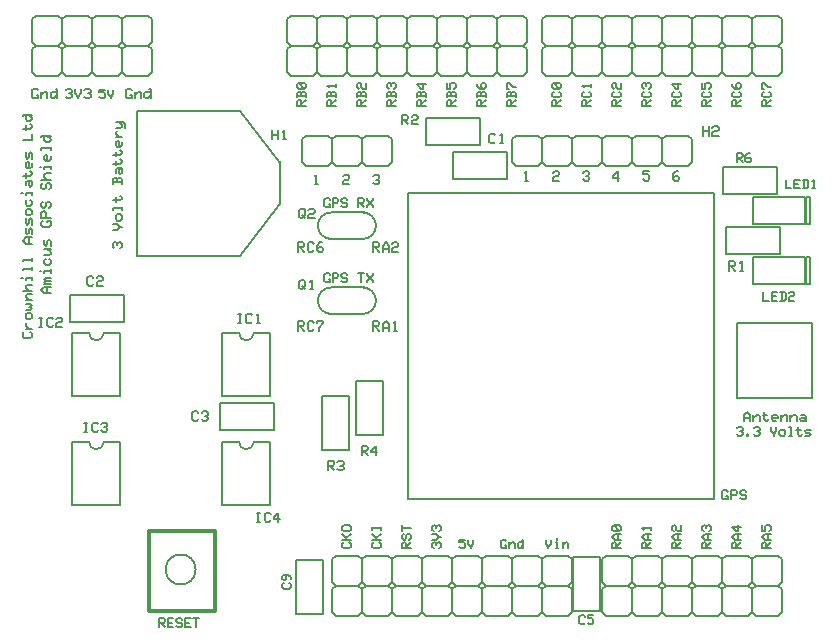
<source format=gbr>
G04 GERBER ASCII OUTPUT FROM: EDWINXP (VER. 1.61 REV. 20080915)*
G04 GERBER FORMAT: RX-274-X*
G04 BOARD: AMICUS_GPS_SHIELD*
G04 ARTWORK OF COMP.PRINT POSITIVE*
%ASAXBY*%
%FSLAX23Y23*%
%MIA0B0*%
%MOIN*%
%OFA0.0000B0.0000*%
%SFA1B1*%
%IJA0B0*%
%INLAYER0POS*%
%IOA0B0*%
%IPPOS*%
%IR0*%
G04 APERTURE MACROS*
%AMEDWDONUT*
1,1,$1,$2,$3*
1,0,$4,$2,$3*
%
%AMEDWFRECT*
20,1,$1,$2,$3,$4,$5,$6*
%
%AMEDWORECT*
20,1,$1,$2,$3,$4,$5,$10*
20,1,$1,$4,$5,$6,$7,$10*
20,1,$1,$6,$7,$8,$9,$10*
20,1,$1,$8,$9,$2,$3,$10*
1,1,$1,$2,$3*
1,1,$1,$4,$5*
1,1,$1,$6,$7*
1,1,$1,$8,$9*
%
%AMEDWLINER*
20,1,$1,$2,$3,$4,$5,$6*
1,1,$1,$2,$3*
1,1,$1,$4,$5*
%
%AMEDWFTRNG*
4,1,3,$1,$2,$3,$4,$5,$6,$7,$8,$9*
%
%AMEDWATRNG*
4,1,3,$1,$2,$3,$4,$5,$6,$7,$8,$9*
20,1,$11,$1,$2,$3,$4,$10*
20,1,$11,$3,$4,$5,$6,$10*
20,1,$11,$5,$6,$7,$8,$10*
1,1,$11,$3,$4*
1,1,$11,$5,$6*
1,1,$11,$7,$8*
%
%AMEDWOTRNG*
20,1,$1,$2,$3,$4,$5,$8*
20,1,$1,$4,$5,$6,$7,$8*
20,1,$1,$6,$7,$2,$3,$8*
1,1,$1,$2,$3*
1,1,$1,$4,$5*
1,1,$1,$6,$7*
%
G04*
G04 APERTURE LIST*
%ADD10R,0.0700X0.0650*%
%ADD11R,0.0940X0.0890*%
%ADD12R,0.0600X0.0550*%
%ADD13R,0.0840X0.0790*%
%ADD14R,0.1350X0.1350*%
%ADD15R,0.1590X0.1590*%
%ADD16R,0.1250X0.1250*%
%ADD17R,0.1490X0.1490*%
%ADD18R,0.1700X0.1700*%
%ADD19R,0.1940X0.1940*%
%ADD20R,0.1560X0.1560*%
%ADD21R,0.1800X0.1800*%
%ADD22R,0.03937X0.05118*%
%ADD23R,0.06337X0.07518*%
%ADD24R,0.03543X0.04724*%
%ADD25R,0.05943X0.07124*%
%ADD26R,0.05118X0.03937*%
%ADD27R,0.07518X0.06337*%
%ADD28R,0.04724X0.03543*%
%ADD29R,0.07124X0.05943*%
%ADD30R,0.0860X0.0860*%
%ADD31R,0.1100X0.1100*%
%ADD32R,0.0700X0.0700*%
%ADD33R,0.0940X0.0940*%
%ADD34R,0.0900X0.0350*%
%ADD35R,0.1140X0.0590*%
%ADD36R,0.0800X0.0250*%
%ADD37R,0.1040X0.0490*%
%ADD38R,0.04724X0.06693*%
%ADD39R,0.07124X0.09093*%
%ADD40R,0.03937X0.05906*%
%ADD41R,0.06337X0.08306*%
%ADD42R,0.0650X0.0700*%
%ADD43R,0.0890X0.0940*%
%ADD44R,0.0550X0.0600*%
%ADD45R,0.0790X0.0840*%
%ADD46C,0.00039*%
%ADD48C,0.0010*%
%ADD50C,0.00118*%
%ADD52C,0.0020*%
%ADD53R,0.0020X0.0020*%
%ADD54C,0.0030*%
%ADD55R,0.0030X0.0030*%
%ADD56C,0.0040*%
%ADD57R,0.0040X0.0040*%
%ADD58C,0.00472*%
%ADD60C,0.0050*%
%ADD61R,0.0050X0.0050*%
%ADD62C,0.00512*%
%ADD63R,0.00512X0.00512*%
%ADD64C,0.00551*%
%ADD65R,0.00551X0.00551*%
%ADD66C,0.00591*%
%ADD67R,0.00591X0.00591*%
%ADD68C,0.00659*%
%ADD69R,0.00659X0.00659*%
%ADD70C,0.00669*%
%ADD72C,0.00787*%
%ADD73R,0.00787X0.00787*%
%ADD74C,0.00799*%
%ADD76C,0.0080*%
%ADD78C,0.00984*%
%ADD79R,0.00984X0.00984*%
%ADD80C,0.0100*%
%ADD81R,0.0100X0.0100*%
%ADD82C,0.01181*%
%ADD84C,0.0120*%
%ADD86C,0.0120*%
%ADD88C,0.0130*%
%ADD90C,0.0150*%
%ADD91R,0.0150X0.0150*%
%ADD92C,0.0160*%
%ADD94C,0.01698*%
%ADD95R,0.01698X0.01698*%
%ADD96C,0.01797*%
%ADD97R,0.01797X0.01797*%
%ADD98C,0.01895*%
%ADD99R,0.01895X0.01895*%
%ADD100C,0.01969*%
%ADD101R,0.01969X0.01969*%
%ADD102C,0.01994*%
%ADD103R,0.01994X0.01994*%
%ADD104C,0.0200*%
%ADD106C,0.02092*%
%ADD107R,0.02092X0.02092*%
%ADD108C,0.02362*%
%ADD109R,0.02362X0.02362*%
%ADD110C,0.0240*%
%ADD111R,0.0240X0.0240*%
%ADD112C,0.0240*%
%ADD113R,0.0240X0.0240*%
%ADD114C,0.0250*%
%ADD115R,0.0250X0.0250*%
%ADD116C,0.0290*%
%ADD118C,0.02912*%
%ADD120C,0.02951*%
%ADD122C,0.02991*%
%ADD124C,0.0300*%
%ADD125R,0.0300X0.0300*%
%ADD126C,0.03059*%
%ADD127R,0.03059X0.03059*%
%ADD128C,0.03069*%
%ADD129R,0.03069X0.03069*%
%ADD130C,0.03199*%
%ADD131R,0.03199X0.03199*%
%ADD132C,0.0320*%
%ADD133R,0.0320X0.0320*%
%ADD134C,0.0350*%
%ADD135R,0.0350X0.0350*%
%ADD136C,0.03581*%
%ADD138C,0.0360*%
%ADD140C,0.0370*%
%ADD142C,0.0390*%
%ADD143R,0.0390X0.0390*%
%ADD144C,0.03937*%
%ADD145R,0.03937X0.03937*%
%ADD146C,0.0400*%
%ADD147R,0.0400X0.0400*%
%ADD148C,0.04173*%
%ADD149R,0.04173X0.04173*%
%ADD150C,0.04369*%
%ADD152C,0.0440*%
%ADD154C,0.0450*%
%ADD155R,0.0450X0.0450*%
%ADD156C,0.0470*%
%ADD157R,0.0470X0.0470*%
%ADD158C,0.04724*%
%ADD159R,0.04724X0.04724*%
%ADD160C,0.04762*%
%ADD161R,0.04762X0.04762*%
%ADD162C,0.0490*%
%ADD163R,0.0490X0.0490*%
%ADD164C,0.0500*%
%ADD165R,0.0500X0.0500*%
%ADD166C,0.05118*%
%ADD167R,0.05118X0.05118*%
%ADD168C,0.0540*%
%ADD170C,0.05512*%
%ADD171R,0.05512X0.05512*%
%ADD172C,0.0560*%
%ADD173R,0.0560X0.0560*%
%ADD174C,0.0570*%
%ADD175R,0.0570X0.0570*%
%ADD176C,0.05724*%
%ADD177R,0.05724X0.05724*%
%ADD178C,0.0590*%
%ADD179R,0.0590X0.0590*%
%ADD180C,0.05906*%
%ADD181R,0.05906X0.05906*%
%ADD182C,0.0600*%
%ADD183R,0.0600X0.0600*%
%ADD184C,0.0620*%
%ADD185R,0.0620X0.0620*%
%ADD186C,0.06201*%
%ADD187R,0.06201X0.06201*%
%ADD188C,0.06337*%
%ADD189R,0.06337X0.06337*%
%ADD190C,0.0650*%
%ADD191R,0.0650X0.0650*%
%ADD192C,0.06693*%
%ADD193R,0.06693X0.06693*%
%ADD194C,0.0690*%
%ADD195R,0.0690X0.0690*%
%ADD196C,0.06906*%
%ADD197R,0.06906X0.06906*%
%ADD198C,0.0700*%
%ADD199R,0.0700X0.0700*%
%ADD200C,0.0710*%
%ADD201R,0.0710X0.0710*%
%ADD202C,0.07124*%
%ADD203R,0.07124X0.07124*%
%ADD204C,0.0740*%
%ADD205R,0.0740X0.0740*%
%ADD206C,0.0750*%
%ADD207R,0.0750X0.0750*%
%ADD208C,0.07598*%
%ADD210C,0.0760*%
%ADD212C,0.07874*%
%ADD214C,0.0800*%
%ADD215R,0.0800X0.0800*%
%ADD216C,0.0810*%
%ADD217R,0.0810X0.0810*%
%ADD218C,0.08306*%
%ADD219R,0.08306X0.08306*%
%ADD220C,0.0840*%
%ADD221R,0.0840X0.0840*%
%ADD222C,0.08598*%
%ADD224C,0.0860*%
%ADD225R,0.0860X0.0860*%
%ADD226C,0.08601*%
%ADD228C,0.08661*%
%ADD230C,0.0870*%
%ADD231R,0.0870X0.0870*%
%ADD232C,0.0890*%
%ADD233R,0.0890X0.0890*%
%ADD234C,0.0900*%
%ADD235R,0.0900X0.0900*%
%ADD236C,0.09093*%
%ADD237R,0.09093X0.09093*%
%ADD238C,0.0940*%
%ADD239R,0.0940X0.0940*%
%ADD240C,0.0970*%
%ADD241R,0.0970X0.0970*%
%ADD242C,0.09843*%
%ADD243R,0.09843X0.09843*%
%ADD244C,0.0990*%
%ADD245R,0.0990X0.0990*%
%ADD246C,0.09998*%
%ADD248C,0.1000*%
%ADD249R,0.1000X0.1000*%
%ADD250C,0.10274*%
%ADD252C,0.1040*%
%ADD253R,0.1040X0.1040*%
%ADD254C,0.10998*%
%ADD256C,0.1100*%
%ADD257R,0.1100X0.1100*%
%ADD258C,0.11061*%
%ADD260C,0.1110*%
%ADD261R,0.1110X0.1110*%
%ADD262C,0.1120*%
%ADD263R,0.1120X0.1120*%
%ADD264C,0.1140*%
%ADD265R,0.1140X0.1140*%
%ADD266C,0.1150*%
%ADD267R,0.1150X0.1150*%
%ADD268C,0.1200*%
%ADD269R,0.1200X0.1200*%
%ADD270C,0.1210*%
%ADD271R,0.1210X0.1210*%
%ADD272C,0.1240*%
%ADD273R,0.1240X0.1240*%
%ADD274C,0.1250*%
%ADD275R,0.1250X0.1250*%
%ADD276C,0.12992*%
%ADD277R,0.12992X0.12992*%
%ADD278C,0.1300*%
%ADD279R,0.1300X0.1300*%
%ADD280C,0.1340*%
%ADD281R,0.1340X0.1340*%
%ADD282C,0.1390*%
%ADD283R,0.1390X0.1390*%
%ADD284C,0.1420*%
%ADD285R,0.1420X0.1420*%
%ADD286C,0.1440*%
%ADD287R,0.1440X0.1440*%
%ADD288C,0.1490*%
%ADD289R,0.1490X0.1490*%
%ADD290C,0.1520*%
%ADD291R,0.1520X0.1520*%
%ADD292C,0.15374*%
%ADD293R,0.15374X0.15374*%
%ADD294C,0.1540*%
%ADD295R,0.1540X0.1540*%
%ADD296C,0.1660*%
%ADD297R,0.1660X0.1660*%
%ADD298C,0.17323*%
%ADD300C,0.1760*%
%ADD301R,0.1760X0.1760*%
%ADD302C,0.17774*%
%ADD303R,0.17774X0.17774*%
%ADD304C,0.18504*%
%ADD306C,0.18898*%
%ADD308C,0.20904*%
%ADD310C,0.2126*%
%ADD312C,0.21298*%
%ADD314C,0.22835*%
%ADD317R,0.23622X0.23622*%
%ADD319R,0.24937X0.24937*%
%ADD321R,0.26022X0.26022*%
%ADD323R,0.27337X0.27337*%
%ADD325R,0.31496X0.31496*%
%ADD327R,0.32811X0.32811*%
%ADD329R,0.33896X0.33896*%
%ADD331R,0.35211X0.35211*%
%ADD332C,0.45211*%
%ADD333R,0.45211X0.45211*%
%ADD334C,0.55211*%
%ADD335R,0.55211X0.55211*%
%ADD336C,0.65211*%
%ADD337R,0.65211X0.65211*%
%ADD338C,0.75211*%
%ADD339R,0.75211X0.75211*%
%ADD340C,0.85211*%
%ADD341R,0.85211X0.85211*%
%ADD342C,0.95211*%
%ADD343R,0.95211X0.95211*%
%ADD344C,1.05211*%
%ADD345R,1.05211X1.05211*%
%ADD346C,1.15211*%
%ADD347R,1.15211X1.15211*%
%ADD348C,1.25211*%
%ADD349R,1.25211X1.25211*%
%ADD350C,1.35211*%
%ADD351R,1.35211X1.35211*%
%ADD352C,1.45211*%
%ADD353R,1.45211X1.45211*%
%ADD354C,1.55211*%
%ADD355R,1.55211X1.55211*%
%ADD356C,1.65211*%
%ADD357R,1.65211X1.65211*%
%ADD358C,1.75211*%
%ADD359R,1.75211X1.75211*%
%ADD360C,1.85211*%
%ADD361R,1.85211X1.85211*%
%ADD362C,1.95211*%
%ADD363R,1.95211X1.95211*%
G04*
D76* 
X2545Y1345D02*
X2545Y1255D01*
X2365Y1255D01*
X2365Y1345D01*
X2545Y1345D01*
D62* 
X2375Y1200D02*
X2375Y1231D01*
X2390Y1231D01*
X2395Y1226D01*
X2395Y1220D01*
X2390Y1215D01*
X2375Y1215D01*
X2380Y1215D02*
X2395Y1200D01*
X2411Y1200D02*
X2421Y1200D01*
X2416Y1200D02*
X2416Y1231D01*
X2411Y1226D01*
D76* 
X2453Y1245D02*
X2453Y1155D01*
X2628Y1155D01*
X2628Y1245D01*
X2453Y1245D01*
D74* 
X2631Y1154D02*
X2631Y1245D01*
X2644Y1245D01*
X2644Y1154D01*
X2631Y1154D01*
D62* 
X2488Y1128D02*
X2488Y1100D01*
X2506Y1100D01*
X2535Y1100D02*
X2516Y1100D01*
X2516Y1128D01*
X2535Y1128D01*
X2516Y1114D02*
X2530Y1114D01*
X2544Y1100D02*
X2558Y1100D01*
X2563Y1105D01*
X2563Y1124D01*
X2558Y1128D01*
X2544Y1128D01*
X2549Y1128D02*
X2549Y1100D01*
X2573Y1124D02*
X2577Y1128D01*
X2587Y1128D01*
X2591Y1124D01*
X2591Y1119D01*
X2587Y1114D01*
X2577Y1114D01*
X2573Y1109D01*
X2573Y1100D01*
X2591Y1100D01*
D60* 
X743Y1733D02*
X401Y1733D01*
X877Y1564D02*
X877Y1422D01*
X743Y1249D02*
X401Y1249D01*
X401Y1733D01*
X877Y1560D02*
X743Y1733D01*
X873Y1418D02*
X743Y1249D01*
D62* 
X324Y1275D02*
X319Y1280D01*
X319Y1290D01*
X324Y1295D01*
X330Y1295D01*
X335Y1290D01*
X335Y1285D01*
X335Y1290D02*
X340Y1295D01*
X345Y1295D01*
X350Y1290D01*
X350Y1280D01*
X345Y1275D01*
X319Y1336D02*
X335Y1336D01*
X345Y1347D01*
X350Y1347D01*
X345Y1347D02*
X335Y1357D01*
X319Y1357D01*
X345Y1367D02*
X335Y1367D01*
X330Y1372D01*
X330Y1382D01*
X335Y1388D01*
X345Y1388D01*
X350Y1382D01*
X350Y1372D01*
X345Y1367D01*
X319Y1403D02*
X319Y1408D01*
X350Y1408D01*
X350Y1403D02*
X350Y1413D01*
X330Y1429D02*
X330Y1444D01*
X319Y1434D02*
X345Y1434D01*
X350Y1439D01*
X350Y1444D01*
X345Y1449D01*
X350Y1490D02*
X350Y1505D01*
X345Y1510D01*
X340Y1510D01*
X335Y1505D01*
X335Y1495D01*
X335Y1505D02*
X330Y1510D01*
X324Y1510D01*
X319Y1505D01*
X319Y1490D01*
X319Y1495D02*
X350Y1495D01*
X330Y1526D02*
X330Y1536D01*
X335Y1541D01*
X350Y1541D01*
X345Y1541D02*
X350Y1536D01*
X350Y1526D01*
X345Y1521D01*
X340Y1526D01*
X340Y1541D01*
X330Y1551D02*
X330Y1567D01*
X319Y1556D02*
X345Y1556D01*
X350Y1562D01*
X350Y1567D01*
X345Y1572D01*
X330Y1582D02*
X330Y1597D01*
X319Y1587D02*
X345Y1587D01*
X350Y1592D01*
X350Y1597D01*
X345Y1603D01*
X340Y1613D02*
X340Y1633D01*
X335Y1633D01*
X330Y1628D01*
X330Y1618D01*
X335Y1613D01*
X345Y1613D01*
X350Y1618D01*
X350Y1628D01*
X350Y1644D02*
X330Y1644D01*
X340Y1644D02*
X330Y1654D01*
X330Y1659D01*
X335Y1664D01*
X330Y1674D02*
X345Y1674D01*
X350Y1679D01*
X350Y1684D01*
X340Y1695D01*
X330Y1695D02*
X355Y1695D01*
X360Y1690D01*
X360Y1674D01*
D60* 
X1303Y439D02*
X1303Y1458D01*
X2323Y1458D01*
X2323Y439D01*
X1303Y439D01*
D62* 
X2370Y463D02*
X2365Y468D01*
X2355Y468D01*
X2350Y463D01*
X2350Y443D01*
X2355Y438D01*
X2370Y438D01*
X2370Y448D01*
X2365Y448D01*
X2381Y438D02*
X2381Y468D01*
X2396Y468D01*
X2401Y463D01*
X2401Y458D01*
X2396Y453D01*
X2381Y453D01*
X2411Y443D02*
X2417Y438D01*
X2427Y438D01*
X2432Y443D01*
X2432Y448D01*
X2427Y453D01*
X2417Y453D01*
X2411Y458D01*
X2411Y463D01*
X2417Y468D01*
X2427Y468D01*
X2432Y463D01*
D60* 
X1750Y1963D02*
X1750Y2038D01*
X1763Y2050D02*
X1838Y2050D01*
X1850Y2038D02*
X1850Y1963D01*
X1763Y1950D02*
X1838Y1950D01*
X1850Y1963D01*
X1850Y2038D02*
X1838Y2050D01*
X1763Y2050D02*
X1750Y2038D01*
X1750Y1963D02*
X1763Y1950D01*
X1950Y2038D02*
X1950Y1963D01*
X2050Y2038D02*
X2050Y1963D01*
X2150Y2038D02*
X2150Y1963D01*
X2250Y2038D02*
X2250Y1963D01*
X2350Y2038D02*
X2350Y1963D01*
X2450Y2038D02*
X2450Y1963D01*
X2550Y2038D02*
X2550Y1963D01*
X1863Y2050D02*
X1938Y2050D01*
X1963Y2050D02*
X2038Y2050D01*
X1963Y1950D02*
X2038Y1950D01*
X1863Y1950D02*
X1938Y1950D01*
X2063Y1950D02*
X2138Y1950D01*
X2063Y2050D02*
X2138Y2050D01*
X2163Y2050D02*
X2238Y2050D01*
X2163Y1950D02*
X2238Y1950D01*
X2263Y1950D02*
X2338Y1950D01*
X2263Y2050D02*
X2338Y2050D01*
X2363Y2050D02*
X2438Y2050D01*
X2363Y1950D02*
X2438Y1950D01*
X2463Y1950D02*
X2538Y1950D01*
X2463Y2050D02*
X2538Y2050D01*
X1863Y2050D02*
X1850Y2038D01*
X1963Y2050D02*
X1950Y2038D01*
X2063Y2050D02*
X2050Y2038D01*
X2163Y2050D02*
X2150Y2038D01*
X2050Y1963D02*
X2038Y1950D01*
X1950Y1963D02*
X1938Y1950D01*
X2150Y1963D02*
X2138Y1950D01*
X2250Y1963D02*
X2238Y1950D01*
X2263Y2050D02*
X2250Y2038D01*
X2350Y1963D02*
X2338Y1950D01*
X2363Y2050D02*
X2350Y2038D01*
X2463Y2050D02*
X2450Y2038D01*
X2550Y1963D02*
X2538Y1950D01*
X2450Y1963D02*
X2438Y1950D01*
X2438Y2050D02*
X2450Y2038D01*
X2450Y1963D02*
X2463Y1950D01*
X2538Y2050D02*
X2550Y2038D01*
X2338Y2050D02*
X2350Y2038D01*
X2350Y1963D02*
X2363Y1950D01*
X2250Y1963D02*
X2263Y1950D01*
X2238Y2050D02*
X2250Y2038D01*
X2150Y1963D02*
X2163Y1950D01*
X2138Y2050D02*
X2150Y2038D01*
X2038Y2050D02*
X2050Y2038D01*
X2050Y1963D02*
X2063Y1950D01*
X1950Y1963D02*
X1963Y1950D01*
X1938Y2050D02*
X1950Y2038D01*
X1850Y1963D02*
X1863Y1950D01*
X1250Y63D02*
X1250Y138D01*
X1263Y150D02*
X1338Y150D01*
X1350Y138D02*
X1350Y63D01*
X1263Y50D02*
X1338Y50D01*
X1350Y63D01*
X1350Y138D02*
X1338Y150D01*
X1263Y150D02*
X1250Y138D01*
X1250Y63D02*
X1263Y50D01*
X1450Y138D02*
X1450Y63D01*
X1550Y138D02*
X1550Y63D01*
X1650Y138D02*
X1650Y63D01*
X1750Y138D02*
X1750Y63D01*
X1850Y138D02*
X1850Y63D01*
X1363Y150D02*
X1438Y150D01*
X1463Y150D02*
X1538Y150D01*
X1463Y50D02*
X1538Y50D01*
X1363Y50D02*
X1438Y50D01*
X1563Y50D02*
X1638Y50D01*
X1563Y150D02*
X1638Y150D01*
X1663Y150D02*
X1738Y150D01*
X1663Y50D02*
X1738Y50D01*
X1763Y50D02*
X1838Y50D01*
X1763Y150D02*
X1838Y150D01*
X1363Y150D02*
X1350Y138D01*
X1463Y150D02*
X1450Y138D01*
X1563Y150D02*
X1550Y138D01*
X1663Y150D02*
X1650Y138D01*
X1550Y63D02*
X1538Y50D01*
X1450Y63D02*
X1438Y50D01*
X1650Y63D02*
X1638Y50D01*
X1750Y63D02*
X1738Y50D01*
X1763Y150D02*
X1750Y138D01*
X1850Y63D02*
X1838Y50D01*
X1838Y150D02*
X1850Y138D01*
X1750Y63D02*
X1763Y50D01*
X1738Y150D02*
X1750Y138D01*
X1650Y63D02*
X1663Y50D01*
X1638Y150D02*
X1650Y138D01*
X1538Y150D02*
X1550Y138D01*
X1550Y63D02*
X1563Y50D01*
X1450Y63D02*
X1463Y50D01*
X1438Y150D02*
X1450Y138D01*
X1350Y63D02*
X1363Y50D01*
X900Y1963D02*
X900Y2038D01*
X913Y2050D02*
X988Y2050D01*
X1000Y2038D02*
X1000Y1963D01*
X913Y1950D02*
X988Y1950D01*
X1000Y1963D01*
X1000Y2038D02*
X988Y2050D01*
X913Y2050D02*
X900Y2038D01*
X900Y1963D02*
X913Y1950D01*
X1100Y2038D02*
X1100Y1963D01*
X1200Y2038D02*
X1200Y1963D01*
X1300Y2038D02*
X1300Y1963D01*
X1400Y2038D02*
X1400Y1963D01*
X1500Y2038D02*
X1500Y1963D01*
X1600Y2038D02*
X1600Y1963D01*
X1700Y2038D02*
X1700Y1963D01*
X1013Y2050D02*
X1088Y2050D01*
X1113Y2050D02*
X1188Y2050D01*
X1113Y1950D02*
X1188Y1950D01*
X1013Y1950D02*
X1088Y1950D01*
X1213Y1950D02*
X1288Y1950D01*
X1213Y2050D02*
X1288Y2050D01*
X1313Y2050D02*
X1388Y2050D01*
X1313Y1950D02*
X1388Y1950D01*
X1413Y1950D02*
X1488Y1950D01*
X1413Y2050D02*
X1488Y2050D01*
X1513Y2050D02*
X1588Y2050D01*
X1513Y1950D02*
X1588Y1950D01*
X1613Y1950D02*
X1688Y1950D01*
X1613Y2050D02*
X1688Y2050D01*
X1013Y2050D02*
X1000Y2038D01*
X1113Y2050D02*
X1100Y2038D01*
X1213Y2050D02*
X1200Y2038D01*
X1313Y2050D02*
X1300Y2038D01*
X1200Y1963D02*
X1188Y1950D01*
X1100Y1963D02*
X1088Y1950D01*
X1300Y1963D02*
X1288Y1950D01*
X1400Y1963D02*
X1388Y1950D01*
X1413Y2050D02*
X1400Y2038D01*
X1500Y1963D02*
X1488Y1950D01*
X1513Y2050D02*
X1500Y2038D01*
X1613Y2050D02*
X1600Y2038D01*
X1700Y1963D02*
X1688Y1950D01*
X1600Y1963D02*
X1588Y1950D01*
X1588Y2050D02*
X1600Y2038D01*
X1600Y1963D02*
X1613Y1950D01*
X1688Y2050D02*
X1700Y2038D01*
X1488Y2050D02*
X1500Y2038D01*
X1500Y1963D02*
X1513Y1950D01*
X1400Y1963D02*
X1413Y1950D01*
X1388Y2050D02*
X1400Y2038D01*
X1300Y1963D02*
X1313Y1950D01*
X1288Y2050D02*
X1300Y2038D01*
X1188Y2050D02*
X1200Y2038D01*
X1200Y1963D02*
X1213Y1950D01*
X1100Y1963D02*
X1113Y1950D01*
X1088Y2050D02*
X1100Y2038D01*
X1000Y1963D02*
X1013Y1950D01*
X1950Y63D02*
X1950Y138D01*
X1963Y150D02*
X2038Y150D01*
X2050Y138D02*
X2050Y63D01*
X1963Y50D02*
X2038Y50D01*
X2050Y63D01*
X2050Y138D02*
X2038Y150D01*
X1963Y150D02*
X1950Y138D01*
X1950Y63D02*
X1963Y50D01*
X2150Y138D02*
X2150Y63D01*
X2250Y138D02*
X2250Y63D01*
X2350Y138D02*
X2350Y63D01*
X2450Y138D02*
X2450Y63D01*
X2550Y138D02*
X2550Y63D01*
X2063Y150D02*
X2138Y150D01*
X2163Y150D02*
X2238Y150D01*
X2163Y50D02*
X2238Y50D01*
X2063Y50D02*
X2138Y50D01*
X2263Y50D02*
X2338Y50D01*
X2263Y150D02*
X2338Y150D01*
X2363Y150D02*
X2438Y150D01*
X2363Y50D02*
X2438Y50D01*
X2463Y50D02*
X2538Y50D01*
X2463Y150D02*
X2538Y150D01*
X2063Y150D02*
X2050Y138D01*
X2163Y150D02*
X2150Y138D01*
X2263Y150D02*
X2250Y138D01*
X2363Y150D02*
X2350Y138D01*
X2250Y63D02*
X2238Y50D01*
X2150Y63D02*
X2138Y50D01*
X2350Y63D02*
X2338Y50D01*
X2450Y63D02*
X2438Y50D01*
X2463Y150D02*
X2450Y138D01*
X2550Y63D02*
X2538Y50D01*
X2538Y150D02*
X2550Y138D01*
X2450Y63D02*
X2463Y50D01*
X2438Y150D02*
X2450Y138D01*
X2350Y63D02*
X2363Y50D01*
X2338Y150D02*
X2350Y138D01*
X2238Y150D02*
X2250Y138D01*
X2250Y63D02*
X2263Y50D01*
X2150Y63D02*
X2163Y50D01*
X2138Y150D02*
X2150Y138D01*
X2050Y63D02*
X2063Y50D01*
X1050Y238D02*
X1050Y163D01*
X1150Y163D02*
X1150Y238D01*
X1250Y163D02*
X1250Y238D01*
X1238Y150D02*
X1163Y150D01*
X1238Y250D02*
X1163Y250D01*
X1138Y250D02*
X1063Y250D01*
X1138Y150D02*
X1063Y150D01*
X1050Y163D01*
X1163Y150D02*
X1150Y163D01*
X1150Y238D02*
X1138Y250D01*
X1250Y238D02*
X1238Y250D01*
X1250Y163D02*
X1238Y150D01*
X1150Y163D02*
X1138Y150D01*
X1163Y250D02*
X1150Y238D01*
X1063Y250D02*
X1050Y238D01*
X1250Y163D02*
X1250Y238D01*
X1263Y250D02*
X1338Y250D01*
X1350Y238D02*
X1350Y163D01*
X1263Y150D02*
X1338Y150D01*
X1350Y163D01*
X1350Y238D02*
X1338Y250D01*
X1263Y250D02*
X1250Y238D01*
X1250Y163D02*
X1263Y150D01*
X1450Y238D02*
X1450Y163D01*
X1550Y238D02*
X1550Y163D01*
X1650Y238D02*
X1650Y163D01*
X1750Y238D02*
X1750Y163D01*
X1850Y238D02*
X1850Y163D01*
X1363Y250D02*
X1438Y250D01*
X1463Y250D02*
X1538Y250D01*
X1463Y150D02*
X1538Y150D01*
X1363Y150D02*
X1438Y150D01*
X1563Y150D02*
X1638Y150D01*
X1563Y250D02*
X1638Y250D01*
X1663Y250D02*
X1738Y250D01*
X1663Y150D02*
X1738Y150D01*
X1763Y150D02*
X1838Y150D01*
X1763Y250D02*
X1838Y250D01*
X1363Y250D02*
X1350Y238D01*
X1463Y250D02*
X1450Y238D01*
X1563Y250D02*
X1550Y238D01*
X1663Y250D02*
X1650Y238D01*
X1550Y163D02*
X1538Y150D01*
X1450Y163D02*
X1438Y150D01*
X1650Y163D02*
X1638Y150D01*
X1750Y163D02*
X1738Y150D01*
X1763Y250D02*
X1750Y238D01*
X1850Y163D02*
X1838Y150D01*
X1838Y250D02*
X1850Y238D01*
X1750Y163D02*
X1763Y150D01*
X1738Y250D02*
X1750Y238D01*
X1650Y163D02*
X1663Y150D01*
X1638Y250D02*
X1650Y238D01*
X1538Y250D02*
X1550Y238D01*
X1550Y163D02*
X1563Y150D01*
X1450Y163D02*
X1463Y150D01*
X1438Y250D02*
X1450Y238D01*
X1350Y163D02*
X1363Y150D01*
X50Y1863D02*
X50Y1938D01*
X63Y1950D02*
X138Y1950D01*
X150Y1938D02*
X150Y1863D01*
X63Y1850D02*
X138Y1850D01*
X150Y1863D01*
X150Y1938D02*
X138Y1950D01*
X63Y1950D02*
X50Y1938D01*
X50Y1863D02*
X63Y1850D01*
X250Y1938D02*
X250Y1863D01*
X350Y1938D02*
X350Y1863D01*
X450Y1938D02*
X450Y1863D01*
X163Y1950D02*
X238Y1950D01*
X263Y1950D02*
X338Y1950D01*
X263Y1850D02*
X338Y1850D01*
X163Y1850D02*
X238Y1850D01*
X363Y1850D02*
X438Y1850D01*
X363Y1950D02*
X438Y1950D01*
X163Y1950D02*
X150Y1938D01*
X263Y1950D02*
X250Y1938D01*
X363Y1950D02*
X350Y1938D01*
X350Y1863D02*
X338Y1850D01*
X250Y1863D02*
X238Y1850D01*
X450Y1863D02*
X438Y1850D01*
X438Y1950D02*
X450Y1938D01*
X338Y1950D02*
X350Y1938D01*
X350Y1863D02*
X363Y1850D01*
X250Y1863D02*
X263Y1850D01*
X238Y1950D02*
X250Y1938D01*
X150Y1863D02*
X163Y1850D01*
X1950Y163D02*
X1950Y238D01*
X1963Y250D02*
X2038Y250D01*
X2050Y238D02*
X2050Y163D01*
X1963Y150D02*
X2038Y150D01*
X2050Y163D01*
X2050Y238D02*
X2038Y250D01*
X1963Y250D02*
X1950Y238D01*
X1950Y163D02*
X1963Y150D01*
X2150Y238D02*
X2150Y163D01*
X2250Y238D02*
X2250Y163D01*
X2350Y238D02*
X2350Y163D01*
X2450Y238D02*
X2450Y163D01*
X2550Y238D02*
X2550Y163D01*
X2063Y250D02*
X2138Y250D01*
X2163Y250D02*
X2238Y250D01*
X2163Y150D02*
X2238Y150D01*
X2063Y150D02*
X2138Y150D01*
X2263Y150D02*
X2338Y150D01*
X2263Y250D02*
X2338Y250D01*
X2363Y250D02*
X2438Y250D01*
X2363Y150D02*
X2438Y150D01*
X2463Y150D02*
X2538Y150D01*
X2463Y250D02*
X2538Y250D01*
X2063Y250D02*
X2050Y238D01*
X2163Y250D02*
X2150Y238D01*
X2263Y250D02*
X2250Y238D01*
X2363Y250D02*
X2350Y238D01*
X2250Y163D02*
X2238Y150D01*
X2150Y163D02*
X2138Y150D01*
X2350Y163D02*
X2338Y150D01*
X2450Y163D02*
X2438Y150D01*
X2463Y250D02*
X2450Y238D01*
X2550Y163D02*
X2538Y150D01*
X2538Y250D02*
X2550Y238D01*
X2450Y163D02*
X2463Y150D01*
X2438Y250D02*
X2450Y238D01*
X2350Y163D02*
X2363Y150D01*
X2338Y250D02*
X2350Y238D01*
X2238Y250D02*
X2250Y238D01*
X2250Y163D02*
X2263Y150D01*
X2150Y163D02*
X2163Y150D01*
X2138Y250D02*
X2150Y238D01*
X2050Y163D02*
X2063Y150D01*
X900Y1863D02*
X900Y1938D01*
X913Y1950D02*
X988Y1950D01*
X1000Y1938D02*
X1000Y1863D01*
X913Y1850D02*
X988Y1850D01*
X1000Y1863D01*
X1000Y1938D02*
X988Y1950D01*
X913Y1950D02*
X900Y1938D01*
X900Y1863D02*
X913Y1850D01*
X1100Y1938D02*
X1100Y1863D01*
X1200Y1938D02*
X1200Y1863D01*
X1300Y1938D02*
X1300Y1863D01*
X1400Y1938D02*
X1400Y1863D01*
X1500Y1938D02*
X1500Y1863D01*
X1600Y1938D02*
X1600Y1863D01*
X1700Y1938D02*
X1700Y1863D01*
X1013Y1950D02*
X1088Y1950D01*
X1113Y1950D02*
X1188Y1950D01*
X1113Y1850D02*
X1188Y1850D01*
X1013Y1850D02*
X1088Y1850D01*
X1213Y1850D02*
X1288Y1850D01*
X1213Y1950D02*
X1288Y1950D01*
X1313Y1950D02*
X1388Y1950D01*
X1313Y1850D02*
X1388Y1850D01*
X1413Y1850D02*
X1488Y1850D01*
X1413Y1950D02*
X1488Y1950D01*
X1513Y1950D02*
X1588Y1950D01*
X1513Y1850D02*
X1588Y1850D01*
X1613Y1850D02*
X1688Y1850D01*
X1613Y1950D02*
X1688Y1950D01*
X1013Y1950D02*
X1000Y1938D01*
X1113Y1950D02*
X1100Y1938D01*
X1213Y1950D02*
X1200Y1938D01*
X1313Y1950D02*
X1300Y1938D01*
X1200Y1863D02*
X1188Y1850D01*
X1100Y1863D02*
X1088Y1850D01*
X1300Y1863D02*
X1288Y1850D01*
X1400Y1863D02*
X1388Y1850D01*
X1413Y1950D02*
X1400Y1938D01*
X1500Y1863D02*
X1488Y1850D01*
X1513Y1950D02*
X1500Y1938D01*
X1613Y1950D02*
X1600Y1938D01*
X1700Y1863D02*
X1688Y1850D01*
X1600Y1863D02*
X1588Y1850D01*
X1588Y1950D02*
X1600Y1938D01*
X1600Y1863D02*
X1613Y1850D01*
X1688Y1950D02*
X1700Y1938D01*
X1488Y1950D02*
X1500Y1938D01*
X1500Y1863D02*
X1513Y1850D01*
X1400Y1863D02*
X1413Y1850D01*
X1388Y1950D02*
X1400Y1938D01*
X1300Y1863D02*
X1313Y1850D01*
X1288Y1950D02*
X1300Y1938D01*
X1188Y1950D02*
X1200Y1938D01*
X1200Y1863D02*
X1213Y1850D01*
X1100Y1863D02*
X1113Y1850D01*
X1088Y1950D02*
X1100Y1938D01*
X1000Y1863D02*
X1013Y1850D01*
X1750Y1863D02*
X1750Y1938D01*
X1763Y1950D02*
X1838Y1950D01*
X1850Y1938D02*
X1850Y1863D01*
X1763Y1850D02*
X1838Y1850D01*
X1850Y1863D01*
X1850Y1938D02*
X1838Y1950D01*
X1763Y1950D02*
X1750Y1938D01*
X1750Y1863D02*
X1763Y1850D01*
X1950Y1938D02*
X1950Y1863D01*
X2050Y1938D02*
X2050Y1863D01*
X2150Y1938D02*
X2150Y1863D01*
X2250Y1938D02*
X2250Y1863D01*
X2350Y1938D02*
X2350Y1863D01*
X2450Y1938D02*
X2450Y1863D01*
X2550Y1938D02*
X2550Y1863D01*
X1863Y1950D02*
X1938Y1950D01*
X1963Y1950D02*
X2038Y1950D01*
X1963Y1850D02*
X2038Y1850D01*
X1863Y1850D02*
X1938Y1850D01*
X2063Y1850D02*
X2138Y1850D01*
X2063Y1950D02*
X2138Y1950D01*
X2163Y1950D02*
X2238Y1950D01*
X2163Y1850D02*
X2238Y1850D01*
X2263Y1850D02*
X2338Y1850D01*
X2263Y1950D02*
X2338Y1950D01*
X2363Y1950D02*
X2438Y1950D01*
X2363Y1850D02*
X2438Y1850D01*
X2463Y1850D02*
X2538Y1850D01*
X2463Y1950D02*
X2538Y1950D01*
X1863Y1950D02*
X1850Y1938D01*
X1963Y1950D02*
X1950Y1938D01*
X2063Y1950D02*
X2050Y1938D01*
X2163Y1950D02*
X2150Y1938D01*
X2050Y1863D02*
X2038Y1850D01*
X1950Y1863D02*
X1938Y1850D01*
X2150Y1863D02*
X2138Y1850D01*
X2250Y1863D02*
X2238Y1850D01*
X2263Y1950D02*
X2250Y1938D01*
X2350Y1863D02*
X2338Y1850D01*
X2363Y1950D02*
X2350Y1938D01*
X2463Y1950D02*
X2450Y1938D01*
X2550Y1863D02*
X2538Y1850D01*
X2450Y1863D02*
X2438Y1850D01*
X2438Y1950D02*
X2450Y1938D01*
X2450Y1863D02*
X2463Y1850D01*
X2538Y1950D02*
X2550Y1938D01*
X2338Y1950D02*
X2350Y1938D01*
X2350Y1863D02*
X2363Y1850D01*
X2250Y1863D02*
X2263Y1850D01*
X2238Y1950D02*
X2250Y1938D01*
X2150Y1863D02*
X2163Y1850D01*
X2138Y1950D02*
X2150Y1938D01*
X2038Y1950D02*
X2050Y1938D01*
X2050Y1863D02*
X2063Y1850D01*
X1950Y1863D02*
X1963Y1850D01*
X1938Y1950D02*
X1950Y1938D01*
X1850Y1863D02*
X1863Y1850D01*
D76* 
X845Y993D02*
X790Y993D01*
X845Y993D02*
X845Y783D01*
X685Y783D01*
X685Y993D01*
X740Y993D01*
G75*
G01X740Y993D02*
G03X790Y993I25J0D01*
G01*
D62* 
X738Y1025D02*
X748Y1025D01*
X743Y1025D02*
X743Y1056D01*
X738Y1056D02*
X748Y1056D01*
X784Y1030D02*
X779Y1025D01*
X768Y1025D01*
X763Y1030D01*
X763Y1051D01*
X768Y1056D01*
X779Y1056D01*
X784Y1051D01*
X799Y1025D02*
X809Y1025D01*
X804Y1025D02*
X804Y1056D01*
X799Y1051D01*
D60* 
X1650Y1563D02*
X1650Y1638D01*
X1663Y1650D02*
X1738Y1650D01*
X1750Y1638D02*
X1750Y1563D01*
X1663Y1550D02*
X1738Y1550D01*
X1750Y1563D01*
X1750Y1638D02*
X1738Y1650D01*
X1663Y1650D02*
X1650Y1638D01*
X1650Y1563D02*
X1663Y1550D01*
X1850Y1638D02*
X1850Y1563D01*
X1950Y1638D02*
X1950Y1563D01*
X2050Y1638D02*
X2050Y1563D01*
X2150Y1638D02*
X2150Y1563D01*
X2250Y1638D02*
X2250Y1563D01*
X1763Y1650D02*
X1838Y1650D01*
X1863Y1650D02*
X1938Y1650D01*
X1863Y1550D02*
X1938Y1550D01*
X1763Y1550D02*
X1838Y1550D01*
X1963Y1550D02*
X2038Y1550D01*
X1963Y1650D02*
X2038Y1650D01*
X2063Y1650D02*
X2138Y1650D01*
X2063Y1550D02*
X2138Y1550D01*
X2163Y1550D02*
X2238Y1550D01*
X2163Y1650D02*
X2238Y1650D01*
X1763Y1650D02*
X1750Y1638D01*
X1863Y1650D02*
X1850Y1638D01*
X1963Y1650D02*
X1950Y1638D01*
X2063Y1650D02*
X2050Y1638D01*
X1950Y1563D02*
X1938Y1550D01*
X1850Y1563D02*
X1838Y1550D01*
X2050Y1563D02*
X2038Y1550D01*
X2150Y1563D02*
X2138Y1550D01*
X2163Y1650D02*
X2150Y1638D01*
X2250Y1563D02*
X2238Y1550D01*
X2238Y1650D02*
X2250Y1638D01*
X2150Y1563D02*
X2163Y1550D01*
X2138Y1650D02*
X2150Y1638D01*
X2050Y1563D02*
X2063Y1550D01*
X2038Y1650D02*
X2050Y1638D01*
X1938Y1650D02*
X1950Y1638D01*
X1950Y1563D02*
X1963Y1550D01*
X1850Y1563D02*
X1863Y1550D01*
X1838Y1650D02*
X1850Y1638D01*
X1750Y1563D02*
X1763Y1550D01*
D62* 
X2288Y1650D02*
X2288Y1681D01*
X2288Y1665D02*
X2308Y1665D01*
X2308Y1681D02*
X2308Y1650D01*
X2318Y1676D02*
X2323Y1681D01*
X2334Y1681D01*
X2339Y1676D01*
X2339Y1670D01*
X2334Y1665D01*
X2323Y1665D01*
X2318Y1660D01*
X2318Y1650D01*
X2339Y1650D01*
D76* 
X1633Y1595D02*
X1633Y1505D01*
X1453Y1505D01*
X1453Y1595D01*
X1633Y1595D01*
D62* 
X1595Y1630D02*
X1590Y1625D01*
X1580Y1625D01*
X1575Y1630D01*
X1575Y1651D01*
X1580Y1656D01*
X1590Y1656D01*
X1595Y1651D01*
X1611Y1625D02*
X1621Y1625D01*
X1616Y1625D02*
X1616Y1656D01*
X1611Y1651D01*
D76* 
X1365Y1618D02*
X1365Y1708D01*
X1545Y1708D01*
X1545Y1618D01*
X1365Y1618D01*
D62* 
X1285Y1688D02*
X1285Y1718D01*
X1300Y1718D01*
X1305Y1713D01*
X1305Y1708D01*
X1300Y1703D01*
X1285Y1703D01*
X1290Y1703D02*
X1305Y1688D01*
X1316Y1713D02*
X1321Y1718D01*
X1331Y1718D01*
X1336Y1713D01*
X1336Y1708D01*
X1331Y1703D01*
X1321Y1703D01*
X1316Y1698D01*
X1316Y1688D01*
X1336Y1688D01*
D76* 
G75*
G01X1154Y1306D02*
G03X1152Y1394I-1J44D01*
G01*
G75*
G01X1046Y1394D02*
G03X1048Y1306I1J-44D01*
G01*
X1154Y1306D02*
X1041Y1306D01*
X1159Y1394D02*
X1046Y1394D01*
D62* 
X942Y1380D02*
X942Y1401D01*
X947Y1406D01*
X957Y1406D01*
X962Y1401D01*
X962Y1385D01*
X952Y1375D01*
X947Y1375D01*
X942Y1380D01*
X952Y1385D02*
X962Y1375D01*
X972Y1401D02*
X977Y1406D01*
X988Y1406D01*
X993Y1401D01*
X993Y1395D01*
X988Y1390D01*
X977Y1390D01*
X972Y1385D01*
X972Y1375D01*
X993Y1375D01*
D76* 
G75*
G01X1154Y1056D02*
G03X1152Y1144I-1J44D01*
G01*
G75*
G01X1046Y1144D02*
G03X1048Y1056I1J-44D01*
G01*
X1154Y1056D02*
X1041Y1056D01*
X1159Y1144D02*
X1046Y1144D01*
D62* 
X942Y1143D02*
X942Y1163D01*
X947Y1168D01*
X957Y1168D01*
X962Y1163D01*
X962Y1148D01*
X952Y1138D01*
X947Y1138D01*
X942Y1143D01*
X952Y1148D02*
X962Y1138D01*
X977Y1138D02*
X988Y1138D01*
X983Y1138D02*
X983Y1168D01*
X977Y1163D01*
D88* 
X662Y331D02*
X662Y67D01*
X441Y67D01*
X441Y331D01*
X662Y331D01*
D60* 
G75*
G01X596Y204D02*
G03X596Y204I-50J0D01*
G01*
D76* 
X2453Y1445D02*
X2453Y1355D01*
X2628Y1355D01*
X2628Y1445D01*
X2453Y1445D01*
D74* 
X2631Y1354D02*
X2631Y1445D01*
X2644Y1445D01*
X2644Y1354D01*
X2631Y1354D01*
D60* 
X2563Y1503D02*
X2563Y1475D01*
X2581Y1475D01*
X2610Y1475D02*
X2591Y1475D01*
X2591Y1503D01*
X2610Y1503D01*
X2591Y1489D02*
X2605Y1489D01*
X2619Y1475D02*
X2633Y1475D01*
X2638Y1480D01*
X2638Y1499D01*
X2633Y1503D01*
X2619Y1503D01*
X2624Y1503D02*
X2624Y1475D01*
X2652Y1475D02*
X2662Y1475D01*
X2657Y1475D02*
X2657Y1503D01*
X2652Y1499D01*
D76* 
X2533Y1545D02*
X2533Y1455D01*
X2353Y1455D01*
X2353Y1545D01*
X2533Y1545D01*
D60* 
X2400Y1563D02*
X2400Y1591D01*
X2414Y1591D01*
X2419Y1586D01*
X2419Y1581D01*
X2414Y1577D01*
X2400Y1577D01*
X2405Y1577D02*
X2419Y1563D01*
X2428Y1572D02*
X2433Y1577D01*
X2443Y1577D01*
X2447Y1572D01*
X2447Y1567D01*
X2443Y1563D01*
X2433Y1563D01*
X2428Y1567D01*
X2428Y1581D01*
X2438Y1591D01*
X2443Y1591D01*
X2649Y776D02*
X2401Y776D01*
X2401Y1024D01*
X2649Y1024D01*
X2649Y776D01*
D62* 
X2425Y700D02*
X2425Y720D01*
X2435Y730D01*
X2445Y720D01*
X2445Y700D01*
X2445Y710D02*
X2425Y710D01*
X2455Y700D02*
X2455Y720D01*
X2455Y710D02*
X2466Y720D01*
X2471Y720D01*
X2476Y715D01*
X2476Y700D01*
X2486Y720D02*
X2501Y720D01*
X2491Y730D02*
X2491Y705D01*
X2496Y700D01*
X2501Y700D01*
X2506Y705D01*
X2517Y710D02*
X2537Y710D01*
X2537Y715D01*
X2532Y720D01*
X2522Y720D01*
X2517Y715D01*
X2517Y705D01*
X2522Y700D01*
X2532Y700D01*
X2547Y700D02*
X2547Y720D01*
X2547Y710D02*
X2558Y720D01*
X2563Y720D01*
X2568Y715D01*
X2568Y700D01*
X2578Y700D02*
X2578Y720D01*
X2578Y710D02*
X2588Y720D01*
X2594Y720D01*
X2599Y715D01*
X2599Y700D01*
X2614Y720D02*
X2624Y720D01*
X2629Y715D01*
X2629Y700D01*
X2629Y705D02*
X2624Y700D01*
X2614Y700D01*
X2609Y705D01*
X2614Y710D01*
X2629Y710D01*
D76* 
X345Y993D02*
X290Y993D01*
X345Y993D02*
X345Y783D01*
X185Y783D01*
X185Y993D01*
X240Y993D01*
G75*
G01X240Y993D02*
G03X290Y993I25J0D01*
G01*
D62* 
X75Y1013D02*
X85Y1013D01*
X80Y1013D02*
X80Y1043D01*
X75Y1043D02*
X85Y1043D01*
X121Y1018D02*
X116Y1013D01*
X106Y1013D01*
X101Y1018D01*
X101Y1038D01*
X106Y1043D01*
X116Y1043D01*
X121Y1038D01*
X131Y1038D02*
X137Y1043D01*
X147Y1043D01*
X152Y1038D01*
X152Y1033D01*
X147Y1028D01*
X137Y1028D01*
X131Y1023D01*
X131Y1013D01*
X152Y1013D01*
D76* 
X345Y630D02*
X290Y630D01*
X345Y630D02*
X345Y420D01*
X185Y420D01*
X185Y630D01*
X240Y630D01*
G75*
G01X240Y630D02*
G03X290Y630I25J0D01*
G01*
D62* 
X225Y663D02*
X235Y663D01*
X230Y663D02*
X230Y693D01*
X225Y693D02*
X235Y693D01*
X271Y668D02*
X266Y663D01*
X256Y663D01*
X251Y668D01*
X251Y688D01*
X256Y693D01*
X266Y693D01*
X271Y688D01*
X281Y688D02*
X287Y693D01*
X297Y693D01*
X302Y688D01*
X302Y683D01*
X297Y678D01*
X292Y678D01*
X297Y678D02*
X302Y673D01*
X302Y668D01*
X297Y663D01*
X287Y663D01*
X281Y668D01*
D76* 
X845Y630D02*
X790Y630D01*
X845Y630D02*
X845Y420D01*
X685Y420D01*
X685Y630D01*
X740Y630D01*
G75*
G01X740Y630D02*
G03X790Y630I25J0D01*
G01*
D62* 
X800Y363D02*
X810Y363D01*
X805Y363D02*
X805Y393D01*
X800Y393D02*
X810Y393D01*
X846Y368D02*
X841Y363D01*
X831Y363D01*
X826Y368D01*
X826Y388D01*
X831Y393D01*
X841Y393D01*
X846Y388D01*
X877Y373D02*
X856Y373D01*
X856Y378D01*
X872Y393D01*
X872Y363D01*
D76* 
X1108Y603D02*
X1018Y603D01*
X1018Y783D01*
X1108Y783D01*
X1108Y603D01*
D62* 
X1038Y535D02*
X1038Y566D01*
X1053Y566D01*
X1058Y561D01*
X1058Y555D01*
X1053Y550D01*
X1038Y550D01*
X1043Y550D02*
X1058Y535D01*
X1068Y561D02*
X1073Y566D01*
X1084Y566D01*
X1089Y561D01*
X1089Y555D01*
X1084Y550D01*
X1078Y550D01*
X1084Y550D02*
X1089Y545D01*
X1089Y540D01*
X1084Y535D01*
X1073Y535D01*
X1068Y540D01*
D76* 
X1220Y653D02*
X1130Y653D01*
X1130Y833D01*
X1220Y833D01*
X1220Y653D01*
D62* 
X1150Y585D02*
X1150Y616D01*
X1165Y616D01*
X1170Y611D01*
X1170Y605D01*
X1165Y600D01*
X1150Y600D01*
X1155Y600D02*
X1170Y585D01*
X1201Y595D02*
X1181Y595D01*
X1181Y600D01*
X1196Y616D01*
X1196Y585D01*
D76* 
X178Y1030D02*
X178Y1120D01*
X358Y1120D01*
X358Y1030D01*
X178Y1030D01*
D62* 
X255Y1155D02*
X250Y1150D01*
X240Y1150D01*
X235Y1155D01*
X235Y1176D01*
X240Y1181D01*
X250Y1181D01*
X255Y1176D01*
X266Y1176D02*
X271Y1181D01*
X281Y1181D01*
X286Y1176D01*
X286Y1170D01*
X281Y1165D01*
X271Y1165D01*
X266Y1160D01*
X266Y1150D01*
X286Y1150D01*
D60* 
X950Y1638D02*
X950Y1563D01*
X1050Y1563D02*
X1050Y1638D01*
X1150Y1563D02*
X1150Y1638D01*
X1138Y1550D02*
X1063Y1550D01*
X1138Y1650D02*
X1063Y1650D01*
X1038Y1650D02*
X963Y1650D01*
X1038Y1550D02*
X963Y1550D01*
X950Y1563D01*
X1063Y1550D02*
X1050Y1563D01*
X1050Y1638D02*
X1038Y1650D01*
X1150Y1638D02*
X1138Y1650D01*
X1150Y1563D02*
X1138Y1550D01*
X1050Y1563D02*
X1038Y1550D01*
X1063Y1650D02*
X1050Y1638D01*
X963Y1650D02*
X950Y1638D01*
X1250Y1563D02*
X1250Y1638D01*
X1238Y1650D02*
X1163Y1650D01*
X1238Y1550D02*
X1163Y1550D01*
X1250Y1563D02*
X1238Y1550D01*
X1238Y1650D02*
X1250Y1638D01*
X1150Y1638D02*
X1163Y1650D01*
X1163Y1550D02*
X1150Y1563D01*
D62* 
X850Y1638D02*
X850Y1668D01*
X850Y1653D02*
X870Y1653D01*
X870Y1668D02*
X870Y1638D01*
X886Y1638D02*
X896Y1638D01*
X891Y1638D02*
X891Y1668D01*
X886Y1663D01*
D60* 
X50Y1963D02*
X50Y2038D01*
X63Y2050D02*
X138Y2050D01*
X150Y2038D02*
X150Y1963D01*
X63Y1950D02*
X138Y1950D01*
X150Y1963D01*
X150Y2038D02*
X138Y2050D01*
X63Y2050D02*
X50Y2038D01*
X50Y1963D02*
X63Y1950D01*
X250Y2038D02*
X250Y1963D01*
X350Y2038D02*
X350Y1963D01*
X450Y2038D02*
X450Y1963D01*
X163Y2050D02*
X238Y2050D01*
X263Y2050D02*
X338Y2050D01*
X263Y1950D02*
X338Y1950D01*
X163Y1950D02*
X238Y1950D01*
X363Y1950D02*
X438Y1950D01*
X363Y2050D02*
X438Y2050D01*
X163Y2050D02*
X150Y2038D01*
X263Y2050D02*
X250Y2038D01*
X363Y2050D02*
X350Y2038D01*
X350Y1963D02*
X338Y1950D01*
X250Y1963D02*
X238Y1950D01*
X450Y1963D02*
X438Y1950D01*
X438Y2050D02*
X450Y2038D01*
X338Y2050D02*
X350Y2038D01*
X350Y1963D02*
X363Y1950D01*
X250Y1963D02*
X263Y1950D01*
X238Y2050D02*
X250Y2038D01*
X150Y1963D02*
X163Y1950D01*
D76* 
X1945Y65D02*
X1855Y65D01*
X1855Y245D01*
X1945Y245D01*
X1945Y65D01*
D60* 
X1894Y27D02*
X1889Y23D01*
X1880Y23D01*
X1875Y27D01*
X1875Y46D01*
X1880Y51D01*
X1889Y51D01*
X1894Y46D01*
X1903Y27D02*
X1908Y23D01*
X1918Y23D01*
X1922Y27D01*
X1922Y37D01*
X1918Y41D01*
X1903Y41D01*
X1903Y51D01*
X1922Y51D01*
D76* 
X930Y235D02*
X1020Y235D01*
X1020Y55D01*
X930Y55D01*
X930Y235D01*
D60* 
X908Y159D02*
X913Y154D01*
X913Y145D01*
X908Y140D01*
X889Y140D01*
X884Y145D01*
X884Y154D01*
X889Y159D01*
X913Y173D02*
X913Y178D01*
X903Y187D01*
X889Y187D01*
X884Y183D01*
X884Y173D01*
X889Y168D01*
X894Y168D01*
X898Y173D01*
X898Y183D01*
X894Y187D01*
D76* 
X678Y668D02*
X678Y758D01*
X858Y758D01*
X858Y668D01*
X678Y668D01*
D62* 
X605Y705D02*
X600Y700D01*
X590Y700D01*
X585Y705D01*
X585Y726D01*
X590Y731D01*
X600Y731D01*
X605Y726D01*
X616Y726D02*
X621Y731D01*
X631Y731D01*
X636Y726D01*
X636Y720D01*
X631Y715D01*
X626Y715D01*
X631Y715D02*
X636Y710D01*
X636Y705D01*
X631Y700D01*
X621Y700D01*
X616Y705D01*
D60* 
X1050Y138D02*
X1050Y63D01*
X1150Y63D02*
X1150Y138D01*
X1250Y63D02*
X1250Y138D01*
X1238Y50D02*
X1163Y50D01*
X1238Y150D02*
X1163Y150D01*
X1138Y150D02*
X1063Y150D01*
X1138Y50D02*
X1063Y50D01*
X1050Y63D01*
X1163Y50D02*
X1150Y63D01*
X1150Y138D02*
X1138Y150D01*
X1250Y138D02*
X1238Y150D01*
X1250Y63D02*
X1238Y50D01*
X1150Y63D02*
X1138Y50D01*
X1163Y150D02*
X1150Y138D01*
X1063Y150D02*
X1050Y138D01*
D66* 
X1389Y275D02*
X1384Y280D01*
X1384Y289D01*
X1389Y294D01*
X1394Y294D01*
X1398Y289D01*
X1398Y284D01*
X1398Y289D02*
X1403Y294D01*
X1408Y294D01*
X1413Y289D01*
X1413Y280D01*
X1408Y275D01*
X1384Y303D02*
X1398Y303D01*
X1408Y313D01*
X1413Y313D01*
X1408Y313D02*
X1398Y322D01*
X1384Y322D01*
X1389Y332D02*
X1384Y336D01*
X1384Y346D01*
X1389Y351D01*
X1394Y351D01*
X1398Y346D01*
X1398Y341D01*
X1398Y346D02*
X1403Y351D01*
X1408Y351D01*
X1413Y346D01*
X1413Y336D01*
X1408Y332D01*
X1475Y280D02*
X1480Y275D01*
X1489Y275D01*
X1494Y280D01*
X1494Y289D01*
X1489Y294D01*
X1475Y294D01*
X1475Y303D01*
X1494Y303D01*
X1503Y303D02*
X1503Y289D01*
X1513Y280D01*
X1513Y275D01*
X1513Y280D02*
X1522Y289D01*
X1522Y303D01*
X1631Y299D02*
X1627Y303D01*
X1617Y303D01*
X1613Y299D01*
X1613Y280D01*
X1617Y275D01*
X1631Y275D01*
X1631Y284D01*
X1627Y284D01*
X1641Y275D02*
X1641Y294D01*
X1641Y284D02*
X1650Y294D01*
X1655Y294D01*
X1660Y289D01*
X1660Y275D01*
X1688Y284D02*
X1679Y275D01*
X1674Y275D01*
X1669Y280D01*
X1669Y289D01*
X1674Y294D01*
X1683Y294D01*
X1688Y289D01*
X1683Y303D02*
X1688Y303D01*
X1688Y275D01*
X1763Y303D02*
X1763Y289D01*
X1772Y280D01*
X1772Y275D01*
X1772Y280D02*
X1781Y289D01*
X1781Y303D01*
X1796Y275D02*
X1805Y275D01*
X1800Y275D02*
X1800Y294D01*
X1796Y294D01*
X1800Y303D02*
X1800Y308D01*
X1819Y275D02*
X1819Y294D01*
X1819Y284D02*
X1829Y294D01*
X1833Y294D01*
X1838Y289D01*
X1838Y275D01*
X963Y1750D02*
X934Y1750D01*
X934Y1764D01*
X939Y1769D01*
X944Y1769D01*
X948Y1764D01*
X948Y1750D01*
X948Y1755D02*
X963Y1769D01*
X963Y1778D02*
X963Y1793D01*
X958Y1797D01*
X953Y1797D01*
X948Y1793D01*
X948Y1783D01*
X948Y1793D02*
X944Y1797D01*
X939Y1797D01*
X934Y1793D01*
X934Y1778D01*
X934Y1783D02*
X963Y1783D01*
X958Y1807D02*
X939Y1807D01*
X934Y1811D01*
X934Y1821D01*
X939Y1826D01*
X958Y1826D01*
X963Y1821D01*
X963Y1811D01*
X958Y1807D01*
X939Y1826D01*
X1063Y1750D02*
X1034Y1750D01*
X1034Y1764D01*
X1039Y1769D01*
X1044Y1769D01*
X1048Y1764D01*
X1048Y1750D01*
X1048Y1755D02*
X1063Y1769D01*
X1063Y1778D02*
X1063Y1793D01*
X1058Y1797D01*
X1053Y1797D01*
X1048Y1793D01*
X1048Y1783D01*
X1048Y1793D02*
X1044Y1797D01*
X1039Y1797D01*
X1034Y1793D01*
X1034Y1778D01*
X1034Y1783D02*
X1063Y1783D01*
X1063Y1811D02*
X1063Y1821D01*
X1063Y1816D02*
X1034Y1816D01*
X1039Y1811D01*
X1163Y1750D02*
X1134Y1750D01*
X1134Y1764D01*
X1139Y1769D01*
X1144Y1769D01*
X1148Y1764D01*
X1148Y1750D01*
X1148Y1755D02*
X1163Y1769D01*
X1163Y1778D02*
X1163Y1793D01*
X1158Y1797D01*
X1153Y1797D01*
X1148Y1793D01*
X1148Y1783D01*
X1148Y1793D02*
X1144Y1797D01*
X1139Y1797D01*
X1134Y1793D01*
X1134Y1778D01*
X1134Y1783D02*
X1163Y1783D01*
X1139Y1807D02*
X1134Y1811D01*
X1134Y1821D01*
X1139Y1826D01*
X1144Y1826D01*
X1148Y1821D01*
X1148Y1811D01*
X1153Y1807D01*
X1163Y1807D01*
X1163Y1826D01*
X1263Y1750D02*
X1234Y1750D01*
X1234Y1764D01*
X1239Y1769D01*
X1244Y1769D01*
X1248Y1764D01*
X1248Y1750D01*
X1248Y1755D02*
X1263Y1769D01*
X1263Y1778D02*
X1263Y1793D01*
X1258Y1797D01*
X1253Y1797D01*
X1248Y1793D01*
X1248Y1783D01*
X1248Y1793D02*
X1244Y1797D01*
X1239Y1797D01*
X1234Y1793D01*
X1234Y1778D01*
X1234Y1783D02*
X1263Y1783D01*
X1239Y1807D02*
X1234Y1811D01*
X1234Y1821D01*
X1239Y1826D01*
X1244Y1826D01*
X1248Y1821D01*
X1248Y1816D01*
X1248Y1821D02*
X1253Y1826D01*
X1258Y1826D01*
X1263Y1821D01*
X1263Y1811D01*
X1258Y1807D01*
X1363Y1750D02*
X1334Y1750D01*
X1334Y1764D01*
X1339Y1769D01*
X1344Y1769D01*
X1348Y1764D01*
X1348Y1750D01*
X1348Y1755D02*
X1363Y1769D01*
X1363Y1778D02*
X1363Y1793D01*
X1358Y1797D01*
X1353Y1797D01*
X1348Y1793D01*
X1348Y1783D01*
X1348Y1793D02*
X1344Y1797D01*
X1339Y1797D01*
X1334Y1793D01*
X1334Y1778D01*
X1334Y1783D02*
X1363Y1783D01*
X1353Y1826D02*
X1353Y1807D01*
X1348Y1807D01*
X1334Y1821D01*
X1363Y1821D01*
X1463Y1750D02*
X1434Y1750D01*
X1434Y1764D01*
X1439Y1769D01*
X1444Y1769D01*
X1448Y1764D01*
X1448Y1750D01*
X1448Y1755D02*
X1463Y1769D01*
X1463Y1778D02*
X1463Y1793D01*
X1458Y1797D01*
X1453Y1797D01*
X1448Y1793D01*
X1448Y1783D01*
X1448Y1793D02*
X1444Y1797D01*
X1439Y1797D01*
X1434Y1793D01*
X1434Y1778D01*
X1434Y1783D02*
X1463Y1783D01*
X1458Y1807D02*
X1463Y1811D01*
X1463Y1821D01*
X1458Y1826D01*
X1448Y1826D01*
X1444Y1821D01*
X1444Y1807D01*
X1434Y1807D01*
X1434Y1826D01*
X1563Y1750D02*
X1534Y1750D01*
X1534Y1764D01*
X1539Y1769D01*
X1544Y1769D01*
X1548Y1764D01*
X1548Y1750D01*
X1548Y1755D02*
X1563Y1769D01*
X1563Y1778D02*
X1563Y1793D01*
X1558Y1797D01*
X1553Y1797D01*
X1548Y1793D01*
X1548Y1783D01*
X1548Y1793D02*
X1544Y1797D01*
X1539Y1797D01*
X1534Y1793D01*
X1534Y1778D01*
X1534Y1783D02*
X1563Y1783D01*
X1553Y1807D02*
X1548Y1811D01*
X1548Y1821D01*
X1553Y1826D01*
X1558Y1826D01*
X1563Y1821D01*
X1563Y1811D01*
X1558Y1807D01*
X1544Y1807D01*
X1534Y1816D01*
X1534Y1821D01*
X1663Y1750D02*
X1634Y1750D01*
X1634Y1764D01*
X1639Y1769D01*
X1644Y1769D01*
X1648Y1764D01*
X1648Y1750D01*
X1648Y1755D02*
X1663Y1769D01*
X1663Y1778D02*
X1663Y1793D01*
X1658Y1797D01*
X1653Y1797D01*
X1648Y1793D01*
X1648Y1783D01*
X1648Y1793D02*
X1644Y1797D01*
X1639Y1797D01*
X1634Y1793D01*
X1634Y1778D01*
X1634Y1783D02*
X1663Y1783D01*
X1663Y1811D02*
X1653Y1811D01*
X1639Y1826D01*
X1634Y1826D01*
X1634Y1807D01*
X1639Y1807D01*
X1813Y1750D02*
X1784Y1750D01*
X1784Y1764D01*
X1789Y1769D01*
X1794Y1769D01*
X1798Y1764D01*
X1798Y1750D01*
X1798Y1755D02*
X1813Y1769D01*
X1808Y1797D02*
X1813Y1793D01*
X1813Y1783D01*
X1808Y1778D01*
X1789Y1778D01*
X1784Y1783D01*
X1784Y1793D01*
X1789Y1797D01*
X1808Y1807D02*
X1789Y1807D01*
X1784Y1811D01*
X1784Y1821D01*
X1789Y1826D01*
X1808Y1826D01*
X1813Y1821D01*
X1813Y1811D01*
X1808Y1807D01*
X1789Y1826D01*
X1913Y1750D02*
X1884Y1750D01*
X1884Y1764D01*
X1889Y1769D01*
X1894Y1769D01*
X1898Y1764D01*
X1898Y1750D01*
X1898Y1755D02*
X1913Y1769D01*
X1908Y1797D02*
X1913Y1793D01*
X1913Y1783D01*
X1908Y1778D01*
X1889Y1778D01*
X1884Y1783D01*
X1884Y1793D01*
X1889Y1797D01*
X1913Y1811D02*
X1913Y1821D01*
X1913Y1816D02*
X1884Y1816D01*
X1889Y1811D01*
X2013Y1750D02*
X1984Y1750D01*
X1984Y1764D01*
X1989Y1769D01*
X1994Y1769D01*
X1998Y1764D01*
X1998Y1750D01*
X1998Y1755D02*
X2013Y1769D01*
X2008Y1797D02*
X2013Y1793D01*
X2013Y1783D01*
X2008Y1778D01*
X1989Y1778D01*
X1984Y1783D01*
X1984Y1793D01*
X1989Y1797D01*
X1989Y1807D02*
X1984Y1811D01*
X1984Y1821D01*
X1989Y1826D01*
X1994Y1826D01*
X1998Y1821D01*
X1998Y1811D01*
X2003Y1807D01*
X2013Y1807D01*
X2013Y1826D01*
X2113Y1750D02*
X2084Y1750D01*
X2084Y1764D01*
X2089Y1769D01*
X2094Y1769D01*
X2098Y1764D01*
X2098Y1750D01*
X2098Y1755D02*
X2113Y1769D01*
X2108Y1797D02*
X2113Y1793D01*
X2113Y1783D01*
X2108Y1778D01*
X2089Y1778D01*
X2084Y1783D01*
X2084Y1793D01*
X2089Y1797D01*
X2089Y1807D02*
X2084Y1811D01*
X2084Y1821D01*
X2089Y1826D01*
X2094Y1826D01*
X2098Y1821D01*
X2098Y1816D01*
X2098Y1821D02*
X2103Y1826D01*
X2108Y1826D01*
X2113Y1821D01*
X2113Y1811D01*
X2108Y1807D01*
X2213Y1750D02*
X2184Y1750D01*
X2184Y1764D01*
X2189Y1769D01*
X2194Y1769D01*
X2198Y1764D01*
X2198Y1750D01*
X2198Y1755D02*
X2213Y1769D01*
X2208Y1797D02*
X2213Y1793D01*
X2213Y1783D01*
X2208Y1778D01*
X2189Y1778D01*
X2184Y1783D01*
X2184Y1793D01*
X2189Y1797D01*
X2203Y1826D02*
X2203Y1807D01*
X2198Y1807D01*
X2184Y1821D01*
X2213Y1821D01*
X2313Y1750D02*
X2284Y1750D01*
X2284Y1764D01*
X2289Y1769D01*
X2294Y1769D01*
X2298Y1764D01*
X2298Y1750D01*
X2298Y1755D02*
X2313Y1769D01*
X2308Y1797D02*
X2313Y1793D01*
X2313Y1783D01*
X2308Y1778D01*
X2289Y1778D01*
X2284Y1783D01*
X2284Y1793D01*
X2289Y1797D01*
X2308Y1807D02*
X2313Y1811D01*
X2313Y1821D01*
X2308Y1826D01*
X2298Y1826D01*
X2294Y1821D01*
X2294Y1807D01*
X2284Y1807D01*
X2284Y1826D01*
X2413Y1750D02*
X2384Y1750D01*
X2384Y1764D01*
X2389Y1769D01*
X2394Y1769D01*
X2398Y1764D01*
X2398Y1750D01*
X2398Y1755D02*
X2413Y1769D01*
X2408Y1797D02*
X2413Y1793D01*
X2413Y1783D01*
X2408Y1778D01*
X2389Y1778D01*
X2384Y1783D01*
X2384Y1793D01*
X2389Y1797D01*
X2403Y1807D02*
X2398Y1811D01*
X2398Y1821D01*
X2403Y1826D01*
X2408Y1826D01*
X2413Y1821D01*
X2413Y1811D01*
X2408Y1807D01*
X2394Y1807D01*
X2384Y1816D01*
X2384Y1821D01*
X2513Y1750D02*
X2484Y1750D01*
X2484Y1764D01*
X2489Y1769D01*
X2494Y1769D01*
X2498Y1764D01*
X2498Y1750D01*
X2498Y1755D02*
X2513Y1769D01*
X2508Y1797D02*
X2513Y1793D01*
X2513Y1783D01*
X2508Y1778D01*
X2489Y1778D01*
X2484Y1783D01*
X2484Y1793D01*
X2489Y1797D01*
X2513Y1811D02*
X2503Y1811D01*
X2489Y1826D01*
X2484Y1826D01*
X2484Y1807D01*
X2489Y1807D01*
X2113Y275D02*
X2084Y275D01*
X2084Y289D01*
X2089Y294D01*
X2094Y294D01*
X2098Y289D01*
X2098Y275D01*
X2098Y280D02*
X2113Y294D01*
X2113Y303D02*
X2094Y303D01*
X2084Y313D01*
X2094Y322D01*
X2113Y322D01*
X2103Y322D02*
X2103Y303D01*
X2113Y336D02*
X2113Y346D01*
X2113Y341D02*
X2084Y341D01*
X2089Y336D01*
X2013Y275D02*
X1984Y275D01*
X1984Y289D01*
X1989Y294D01*
X1994Y294D01*
X1998Y289D01*
X1998Y275D01*
X1998Y280D02*
X2013Y294D01*
X2013Y303D02*
X1994Y303D01*
X1984Y313D01*
X1994Y322D01*
X2013Y322D01*
X2003Y322D02*
X2003Y303D01*
X2008Y332D02*
X1989Y332D01*
X1984Y336D01*
X1984Y346D01*
X1989Y351D01*
X2008Y351D01*
X2013Y346D01*
X2013Y336D01*
X2008Y332D01*
X1989Y351D01*
X2213Y275D02*
X2184Y275D01*
X2184Y289D01*
X2189Y294D01*
X2194Y294D01*
X2198Y289D01*
X2198Y275D01*
X2198Y280D02*
X2213Y294D01*
X2213Y303D02*
X2194Y303D01*
X2184Y313D01*
X2194Y322D01*
X2213Y322D01*
X2203Y322D02*
X2203Y303D01*
X2189Y332D02*
X2184Y336D01*
X2184Y346D01*
X2189Y351D01*
X2194Y351D01*
X2198Y346D01*
X2198Y336D01*
X2203Y332D01*
X2213Y332D01*
X2213Y351D01*
X2313Y275D02*
X2284Y275D01*
X2284Y289D01*
X2289Y294D01*
X2294Y294D01*
X2298Y289D01*
X2298Y275D01*
X2298Y280D02*
X2313Y294D01*
X2313Y303D02*
X2294Y303D01*
X2284Y313D01*
X2294Y322D01*
X2313Y322D01*
X2303Y322D02*
X2303Y303D01*
X2289Y332D02*
X2284Y336D01*
X2284Y346D01*
X2289Y351D01*
X2294Y351D01*
X2298Y346D01*
X2298Y341D01*
X2298Y346D02*
X2303Y351D01*
X2308Y351D01*
X2313Y346D01*
X2313Y336D01*
X2308Y332D01*
X2413Y275D02*
X2384Y275D01*
X2384Y289D01*
X2389Y294D01*
X2394Y294D01*
X2398Y289D01*
X2398Y275D01*
X2398Y280D02*
X2413Y294D01*
X2413Y303D02*
X2394Y303D01*
X2384Y313D01*
X2394Y322D01*
X2413Y322D01*
X2403Y322D02*
X2403Y303D01*
X2403Y351D02*
X2403Y332D01*
X2398Y332D01*
X2384Y346D01*
X2413Y346D01*
X2513Y275D02*
X2484Y275D01*
X2484Y289D01*
X2489Y294D01*
X2494Y294D01*
X2498Y289D01*
X2498Y275D01*
X2498Y280D02*
X2513Y294D01*
X2513Y303D02*
X2494Y303D01*
X2484Y313D01*
X2494Y322D01*
X2513Y322D01*
X2503Y322D02*
X2503Y303D01*
X2508Y332D02*
X2513Y336D01*
X2513Y346D01*
X2508Y351D01*
X2498Y351D01*
X2494Y346D01*
X2494Y332D01*
X2484Y332D01*
X2484Y351D01*
X1313Y275D02*
X1284Y275D01*
X1284Y289D01*
X1289Y294D01*
X1294Y294D01*
X1298Y289D01*
X1298Y275D01*
X1298Y280D02*
X1313Y294D01*
X1308Y303D02*
X1313Y308D01*
X1313Y318D01*
X1308Y322D01*
X1303Y322D01*
X1298Y318D01*
X1298Y308D01*
X1294Y303D01*
X1289Y303D01*
X1284Y308D01*
X1284Y318D01*
X1289Y322D01*
X1313Y341D02*
X1284Y341D01*
X1284Y332D02*
X1284Y351D01*
D64* 
X113Y1125D02*
X92Y1125D01*
X81Y1135D01*
X92Y1146D01*
X113Y1146D01*
X102Y1146D02*
X102Y1125D01*
X113Y1156D02*
X92Y1156D01*
X97Y1156D02*
X92Y1162D01*
X97Y1167D01*
X113Y1167D01*
X97Y1167D02*
X92Y1172D01*
X97Y1177D01*
X113Y1177D01*
X113Y1193D02*
X113Y1204D01*
X113Y1198D02*
X92Y1198D01*
X92Y1193D01*
X81Y1198D02*
X76Y1198D01*
X97Y1240D02*
X92Y1235D01*
X92Y1225D01*
X97Y1219D01*
X107Y1219D01*
X113Y1225D01*
X113Y1235D01*
X107Y1240D01*
X92Y1251D02*
X107Y1251D01*
X113Y1256D01*
X113Y1261D01*
X102Y1272D01*
X92Y1272D02*
X113Y1272D01*
X113Y1282D02*
X113Y1298D01*
X107Y1303D01*
X102Y1298D01*
X102Y1288D01*
X97Y1282D01*
X92Y1288D01*
X92Y1303D01*
X86Y1366D02*
X81Y1361D01*
X81Y1351D01*
X86Y1345D01*
X107Y1345D01*
X113Y1351D01*
X113Y1366D01*
X102Y1366D01*
X102Y1361D01*
X113Y1377D02*
X81Y1377D01*
X81Y1393D01*
X86Y1398D01*
X92Y1398D01*
X97Y1393D01*
X97Y1377D01*
X107Y1408D02*
X113Y1414D01*
X113Y1424D01*
X107Y1429D01*
X102Y1429D01*
X97Y1424D01*
X97Y1414D01*
X92Y1408D01*
X86Y1408D01*
X81Y1414D01*
X81Y1424D01*
X86Y1429D01*
X107Y1471D02*
X113Y1477D01*
X113Y1487D01*
X107Y1492D01*
X102Y1492D01*
X97Y1487D01*
X97Y1477D01*
X92Y1471D01*
X86Y1471D01*
X81Y1477D01*
X81Y1487D01*
X86Y1492D01*
X113Y1503D02*
X81Y1503D01*
X102Y1503D02*
X92Y1513D01*
X92Y1519D01*
X97Y1524D01*
X113Y1524D01*
X113Y1540D02*
X113Y1550D01*
X113Y1545D02*
X92Y1545D01*
X92Y1540D01*
X81Y1545D02*
X76Y1545D01*
X102Y1566D02*
X102Y1587D01*
X97Y1587D01*
X92Y1582D01*
X92Y1571D01*
X97Y1566D01*
X107Y1566D01*
X113Y1571D01*
X113Y1582D01*
X81Y1603D02*
X81Y1608D01*
X113Y1608D01*
X113Y1603D02*
X113Y1613D01*
X102Y1650D02*
X113Y1639D01*
X113Y1634D01*
X107Y1629D01*
X97Y1629D01*
X92Y1634D01*
X92Y1645D01*
X97Y1650D01*
X81Y1645D02*
X81Y1650D01*
X113Y1650D01*
D66* 
X475Y13D02*
X475Y41D01*
X489Y41D01*
X494Y36D01*
X494Y31D01*
X489Y27D01*
X475Y27D01*
X480Y27D02*
X494Y13D01*
X522Y13D02*
X503Y13D01*
X503Y41D01*
X522Y41D01*
X503Y27D02*
X518Y27D01*
X532Y17D02*
X536Y13D01*
X546Y13D01*
X551Y17D01*
X551Y22D01*
X546Y27D01*
X536Y27D01*
X532Y31D01*
X532Y36D01*
X536Y41D01*
X546Y41D01*
X551Y36D01*
X579Y13D02*
X560Y13D01*
X560Y41D01*
X579Y41D01*
X560Y27D02*
X574Y27D01*
X598Y13D02*
X598Y41D01*
X588Y41D02*
X607Y41D01*
D64* 
X45Y996D02*
X50Y991D01*
X50Y980D01*
X45Y975D01*
X24Y975D01*
X19Y980D01*
X19Y991D01*
X24Y996D01*
X50Y1006D02*
X29Y1006D01*
X40Y1006D02*
X29Y1017D01*
X29Y1022D01*
X34Y1027D01*
X45Y1038D02*
X34Y1038D01*
X29Y1043D01*
X29Y1054D01*
X34Y1059D01*
X45Y1059D01*
X50Y1054D01*
X50Y1043D01*
X45Y1038D01*
X29Y1069D02*
X45Y1069D01*
X50Y1075D01*
X45Y1080D01*
X40Y1080D01*
X45Y1080D02*
X50Y1085D01*
X45Y1090D01*
X29Y1090D01*
X50Y1101D02*
X29Y1101D01*
X40Y1101D02*
X29Y1111D01*
X29Y1117D01*
X34Y1122D01*
X50Y1122D01*
X50Y1132D02*
X19Y1132D01*
X40Y1132D02*
X29Y1143D01*
X29Y1148D01*
X34Y1153D01*
X50Y1153D01*
X50Y1169D02*
X50Y1180D01*
X50Y1174D02*
X29Y1174D01*
X29Y1169D01*
X19Y1174D02*
X13Y1174D01*
X19Y1201D02*
X19Y1206D01*
X50Y1206D01*
X50Y1201D02*
X50Y1211D01*
X19Y1232D02*
X19Y1237D01*
X50Y1237D01*
X50Y1232D02*
X50Y1243D01*
X50Y1290D02*
X29Y1290D01*
X19Y1300D01*
X29Y1311D01*
X50Y1311D01*
X40Y1311D02*
X40Y1290D01*
X50Y1321D02*
X50Y1337D01*
X45Y1342D01*
X40Y1337D01*
X40Y1327D01*
X34Y1321D01*
X29Y1327D01*
X29Y1342D01*
X50Y1353D02*
X50Y1369D01*
X45Y1374D01*
X40Y1369D01*
X40Y1358D01*
X34Y1353D01*
X29Y1358D01*
X29Y1374D01*
X45Y1384D02*
X34Y1384D01*
X29Y1390D01*
X29Y1400D01*
X34Y1405D01*
X45Y1405D01*
X50Y1400D01*
X50Y1390D01*
X45Y1384D01*
X34Y1437D02*
X29Y1432D01*
X29Y1421D01*
X34Y1416D01*
X45Y1416D01*
X50Y1421D01*
X50Y1432D01*
X45Y1437D01*
X50Y1453D02*
X50Y1463D01*
X50Y1458D02*
X29Y1458D01*
X29Y1453D01*
X19Y1458D02*
X13Y1458D01*
X29Y1484D02*
X29Y1495D01*
X34Y1500D01*
X50Y1500D01*
X45Y1500D02*
X50Y1495D01*
X50Y1484D01*
X45Y1479D01*
X40Y1484D01*
X40Y1500D01*
X29Y1510D02*
X29Y1526D01*
X19Y1516D02*
X45Y1516D01*
X50Y1521D01*
X50Y1526D01*
X45Y1531D01*
X40Y1542D02*
X40Y1563D01*
X34Y1563D01*
X29Y1558D01*
X29Y1547D01*
X34Y1542D01*
X45Y1542D01*
X50Y1547D01*
X50Y1558D01*
X50Y1573D02*
X50Y1589D01*
X45Y1594D01*
X40Y1589D01*
X40Y1579D01*
X34Y1573D01*
X29Y1579D01*
X29Y1594D01*
X19Y1636D02*
X50Y1636D01*
X50Y1657D01*
X29Y1668D02*
X29Y1684D01*
X19Y1673D02*
X45Y1673D01*
X50Y1678D01*
X50Y1684D01*
X45Y1689D01*
X40Y1720D02*
X50Y1710D01*
X50Y1705D01*
X45Y1699D01*
X34Y1699D01*
X29Y1705D01*
X29Y1715D01*
X34Y1720D01*
X19Y1715D02*
X19Y1720D01*
X50Y1720D01*
D66* 
X275Y1780D02*
X280Y1775D01*
X289Y1775D01*
X294Y1780D01*
X294Y1789D01*
X289Y1794D01*
X275Y1794D01*
X275Y1803D01*
X294Y1803D01*
X303Y1803D02*
X303Y1789D01*
X313Y1780D01*
X313Y1775D01*
X313Y1780D02*
X322Y1789D01*
X322Y1803D01*
X163Y1801D02*
X168Y1806D01*
X178Y1806D01*
X183Y1801D01*
X183Y1796D01*
X178Y1791D01*
X173Y1791D01*
X178Y1791D02*
X183Y1785D01*
X183Y1780D01*
X178Y1775D01*
X168Y1775D01*
X163Y1780D01*
X194Y1806D02*
X194Y1791D01*
X204Y1780D01*
X204Y1775D01*
X204Y1780D02*
X215Y1791D01*
X215Y1806D01*
X225Y1801D02*
X231Y1806D01*
X241Y1806D01*
X246Y1801D01*
X246Y1796D01*
X241Y1791D01*
X236Y1791D01*
X241Y1791D02*
X246Y1785D01*
X246Y1780D01*
X241Y1775D01*
X231Y1775D01*
X225Y1780D01*
X71Y1801D02*
X66Y1806D01*
X55Y1806D01*
X50Y1801D01*
X50Y1780D01*
X55Y1775D01*
X71Y1775D01*
X71Y1785D01*
X66Y1785D01*
X81Y1775D02*
X81Y1796D01*
X81Y1785D02*
X92Y1796D01*
X97Y1796D01*
X102Y1791D01*
X102Y1775D01*
X134Y1785D02*
X123Y1775D01*
X118Y1775D01*
X113Y1780D01*
X113Y1791D01*
X118Y1796D01*
X129Y1796D01*
X134Y1791D01*
X129Y1806D02*
X134Y1806D01*
X134Y1775D01*
X383Y1801D02*
X378Y1806D01*
X368Y1806D01*
X363Y1801D01*
X363Y1780D01*
X368Y1775D01*
X383Y1775D01*
X383Y1785D01*
X378Y1785D01*
X394Y1775D02*
X394Y1796D01*
X394Y1785D02*
X404Y1796D01*
X410Y1796D01*
X415Y1791D01*
X415Y1775D01*
X446Y1785D02*
X436Y1775D01*
X431Y1775D01*
X425Y1780D01*
X425Y1791D01*
X431Y1796D01*
X441Y1796D01*
X446Y1791D01*
X441Y1806D02*
X446Y1806D01*
X446Y1775D01*
X1208Y294D02*
X1213Y289D01*
X1213Y280D01*
X1208Y275D01*
X1189Y275D01*
X1184Y280D01*
X1184Y289D01*
X1189Y294D01*
X1213Y303D02*
X1184Y303D01*
X1184Y322D02*
X1198Y308D01*
X1198Y303D01*
X1198Y308D02*
X1213Y322D01*
X1213Y336D02*
X1213Y346D01*
X1213Y341D02*
X1184Y341D01*
X1184Y336D02*
X1184Y346D01*
X1108Y294D02*
X1113Y289D01*
X1113Y280D01*
X1108Y275D01*
X1089Y275D01*
X1084Y280D01*
X1084Y289D01*
X1089Y294D01*
X1113Y303D02*
X1084Y303D01*
X1084Y322D02*
X1098Y308D01*
X1098Y303D01*
X1098Y308D02*
X1113Y322D01*
X1108Y332D02*
X1089Y332D01*
X1084Y336D01*
X1084Y346D01*
X1089Y351D01*
X1108Y351D01*
X1113Y346D01*
X1113Y336D01*
X1108Y332D01*
D64* 
X993Y1488D02*
X1003Y1488D01*
X998Y1488D02*
X998Y1519D01*
X993Y1514D01*
X1088Y1514D02*
X1093Y1519D01*
X1103Y1519D01*
X1108Y1514D01*
X1108Y1508D01*
X1103Y1503D01*
X1093Y1503D01*
X1088Y1498D01*
X1088Y1488D01*
X1108Y1488D01*
X1188Y1514D02*
X1193Y1519D01*
X1203Y1519D01*
X1208Y1514D01*
X1208Y1508D01*
X1203Y1503D01*
X1198Y1503D01*
X1203Y1503D02*
X1208Y1498D01*
X1208Y1493D01*
X1203Y1488D01*
X1193Y1488D01*
X1188Y1493D01*
X1693Y1500D02*
X1703Y1500D01*
X1698Y1500D02*
X1698Y1531D01*
X1693Y1526D01*
X1788Y1526D02*
X1793Y1531D01*
X1803Y1531D01*
X1808Y1526D01*
X1808Y1521D01*
X1803Y1516D01*
X1793Y1516D01*
X1788Y1510D01*
X1788Y1500D01*
X1808Y1500D01*
X1888Y1526D02*
X1893Y1531D01*
X1903Y1531D01*
X1908Y1526D01*
X1908Y1521D01*
X1903Y1516D01*
X1898Y1516D01*
X1903Y1516D02*
X1908Y1510D01*
X1908Y1505D01*
X1903Y1500D01*
X1893Y1500D01*
X1888Y1505D01*
X2008Y1510D02*
X1988Y1510D01*
X1988Y1516D01*
X2003Y1531D01*
X2003Y1500D01*
X2088Y1505D02*
X2093Y1500D01*
X2103Y1500D01*
X2108Y1505D01*
X2108Y1516D01*
X2103Y1521D01*
X2088Y1521D01*
X2088Y1531D01*
X2108Y1531D01*
X2188Y1510D02*
X2193Y1516D01*
X2203Y1516D01*
X2208Y1510D01*
X2208Y1505D01*
X2203Y1500D01*
X2193Y1500D01*
X2188Y1505D01*
X2188Y1521D01*
X2198Y1531D01*
X2203Y1531D01*
X938Y1263D02*
X938Y1294D01*
X953Y1294D01*
X958Y1289D01*
X958Y1283D01*
X953Y1278D01*
X938Y1278D01*
X943Y1278D02*
X958Y1263D01*
X990Y1268D02*
X985Y1263D01*
X974Y1263D01*
X969Y1268D01*
X969Y1289D01*
X974Y1294D01*
X985Y1294D01*
X990Y1289D01*
X1000Y1273D02*
X1006Y1278D01*
X1016Y1278D01*
X1021Y1273D01*
X1021Y1268D01*
X1016Y1263D01*
X1006Y1263D01*
X1000Y1268D01*
X1000Y1283D01*
X1011Y1294D01*
X1016Y1294D01*
X938Y1000D02*
X938Y1031D01*
X953Y1031D01*
X958Y1026D01*
X958Y1021D01*
X953Y1016D01*
X938Y1016D01*
X943Y1016D02*
X958Y1000D01*
X990Y1005D02*
X985Y1000D01*
X974Y1000D01*
X969Y1005D01*
X969Y1026D01*
X974Y1031D01*
X985Y1031D01*
X990Y1026D01*
X1006Y1000D02*
X1006Y1010D01*
X1021Y1026D01*
X1021Y1031D01*
X1000Y1031D01*
X1000Y1026D01*
X1188Y1263D02*
X1188Y1294D01*
X1203Y1294D01*
X1208Y1289D01*
X1208Y1283D01*
X1203Y1278D01*
X1188Y1278D01*
X1193Y1278D02*
X1208Y1263D01*
X1219Y1263D02*
X1219Y1283D01*
X1229Y1294D01*
X1240Y1283D01*
X1240Y1263D01*
X1240Y1273D02*
X1219Y1273D01*
X1250Y1289D02*
X1256Y1294D01*
X1266Y1294D01*
X1271Y1289D01*
X1271Y1283D01*
X1266Y1278D01*
X1256Y1278D01*
X1250Y1273D01*
X1250Y1263D01*
X1271Y1263D01*
X1188Y1000D02*
X1188Y1031D01*
X1203Y1031D01*
X1208Y1026D01*
X1208Y1021D01*
X1203Y1016D01*
X1188Y1016D01*
X1193Y1016D02*
X1208Y1000D01*
X1219Y1000D02*
X1219Y1021D01*
X1229Y1031D01*
X1240Y1021D01*
X1240Y1000D01*
X1240Y1010D02*
X1219Y1010D01*
X1256Y1000D02*
X1266Y1000D01*
X1261Y1000D02*
X1261Y1031D01*
X1256Y1026D01*
D60* 
X1044Y1436D02*
X1039Y1441D01*
X1030Y1441D01*
X1025Y1436D01*
X1025Y1417D01*
X1030Y1413D01*
X1044Y1413D01*
X1044Y1422D01*
X1039Y1422D01*
X1053Y1413D02*
X1053Y1441D01*
X1068Y1441D01*
X1072Y1436D01*
X1072Y1431D01*
X1068Y1427D01*
X1053Y1427D01*
X1082Y1417D02*
X1086Y1413D01*
X1096Y1413D01*
X1101Y1417D01*
X1101Y1422D01*
X1096Y1427D01*
X1086Y1427D01*
X1082Y1431D01*
X1082Y1436D01*
X1086Y1441D01*
X1096Y1441D01*
X1101Y1436D01*
X1138Y1413D02*
X1138Y1441D01*
X1153Y1441D01*
X1157Y1436D01*
X1157Y1431D01*
X1153Y1427D01*
X1138Y1427D01*
X1143Y1427D02*
X1157Y1413D01*
X1167Y1413D02*
X1167Y1417D01*
X1186Y1436D01*
X1186Y1441D01*
X1167Y1441D02*
X1167Y1436D01*
X1186Y1417D01*
X1186Y1413D01*
X1044Y1186D02*
X1039Y1191D01*
X1030Y1191D01*
X1025Y1186D01*
X1025Y1167D01*
X1030Y1163D01*
X1044Y1163D01*
X1044Y1172D01*
X1039Y1172D01*
X1053Y1163D02*
X1053Y1191D01*
X1068Y1191D01*
X1072Y1186D01*
X1072Y1181D01*
X1068Y1177D01*
X1053Y1177D01*
X1082Y1167D02*
X1086Y1163D01*
X1096Y1163D01*
X1101Y1167D01*
X1101Y1172D01*
X1096Y1177D01*
X1086Y1177D01*
X1082Y1181D01*
X1082Y1186D01*
X1086Y1191D01*
X1096Y1191D01*
X1101Y1186D01*
X1148Y1163D02*
X1148Y1191D01*
X1138Y1191D02*
X1157Y1191D01*
X1167Y1163D02*
X1167Y1167D01*
X1186Y1186D01*
X1186Y1191D01*
X1167Y1191D02*
X1167Y1186D01*
X1186Y1167D01*
X1186Y1163D01*
X2400Y674D02*
X2405Y678D01*
X2414Y678D01*
X2419Y674D01*
X2419Y669D01*
X2414Y664D01*
X2409Y664D01*
X2414Y664D02*
X2419Y659D01*
X2419Y655D01*
X2414Y650D01*
X2405Y650D01*
X2400Y655D01*
X2433Y650D02*
X2433Y655D01*
X2438Y655D01*
X2438Y650D01*
X2433Y650D01*
X2457Y674D02*
X2461Y678D01*
X2471Y678D01*
X2476Y674D01*
X2476Y669D01*
X2471Y664D01*
X2466Y664D01*
X2471Y664D02*
X2476Y659D01*
X2476Y655D01*
X2471Y650D01*
X2461Y650D01*
X2457Y655D01*
X2513Y678D02*
X2513Y664D01*
X2523Y655D01*
X2523Y650D01*
X2523Y655D02*
X2532Y664D01*
X2532Y678D01*
X2542Y655D02*
X2542Y664D01*
X2546Y669D01*
X2556Y669D01*
X2561Y664D01*
X2561Y655D01*
X2556Y650D01*
X2546Y650D01*
X2542Y655D01*
X2575Y678D02*
X2580Y678D01*
X2580Y650D01*
X2575Y650D02*
X2584Y650D01*
X2598Y669D02*
X2613Y669D01*
X2603Y678D02*
X2603Y655D01*
X2608Y650D01*
X2613Y650D01*
X2617Y655D01*
X2627Y650D02*
X2641Y650D01*
X2646Y655D01*
X2641Y659D01*
X2631Y659D01*
X2627Y664D01*
X2631Y669D01*
X2646Y669D01*
M02*

</source>
